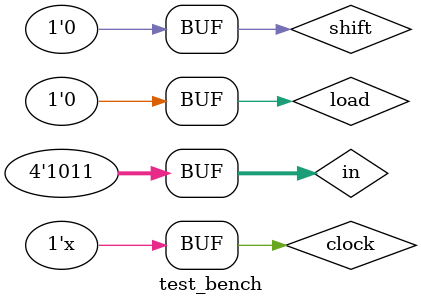
<source format=v>
module test_bench;
reg load,shift,clock;
reg [3:0] in;
wire out;

PISO_LSHIFT tb(out,in,load,shift,clock);

always
#5 clock=~clock;

initial begin
load=1'b0;  
shift=1'b0; 
clock=1'b0;  
in=4'b1011;               //data
#25 load=1;               //load data first.
#30 load=0; shift=1;      //now display and shifting.
#70 load=1; shift=0;     //again same data will load; and shifting block will not execute.
#20 load=1; shift=1;     //nothing will happen previous state will retain.
#20 load=0; shift=0;     //nothing will happen previous state will retain.
end
initial 
$monitor($time,"  load=%b, shift=%b, in=%b,  out=%b",load,shift,in,out);
endmodule




//in case n-bits PISO left or right shift register we need 1 clock cycle for data input and n clock cycle for data dispaly.

</source>
